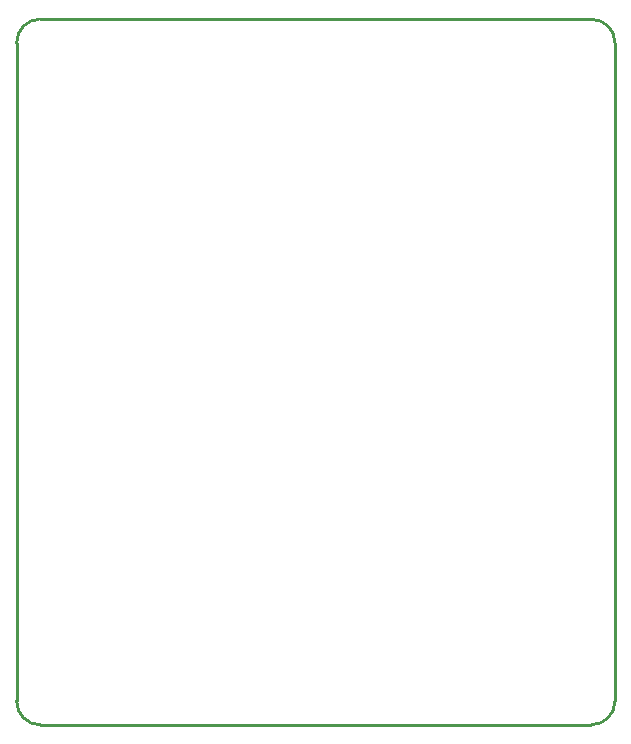
<source format=gko>
G04 Layer: BoardOutline*
G04 EasyEDA v6.3.22, 2020-01-15T09:47:29+05:30*
G04 df7ee3fc161541079e6ef3371bf9abd3,b6e8962e620740079bb188d2402746ea,10*
G04 Gerber Generator version 0.2*
G04 Scale: 100 percent, Rotated: No, Reflected: No *
G04 Dimensions in millimeters *
G04 leading zeros omitted , absolute positions ,3 integer and 3 decimal *
%FSLAX33Y33*%
%MOMM*%
G90*
G71D02*

%ADD10C,0.254000*%
G54D10*
G01X1999Y59741D02*
G01X48673Y59741D01*
G01X50673Y57741D02*
G01X50673Y1999D01*
G01X48673Y0D02*
G01X1999Y0D01*
G01X0Y1999D02*
G01X0Y57741D01*
G75*
G01X48673Y59741D02*
G02X50673Y57741I0J-2000D01*
G01*
G75*
G01X50673Y2000D02*
G02X48673Y0I-2000J0D01*
G01*
G75*
G01X2000Y0D02*
G02X0Y2000I0J2000D01*
G01*
G75*
G01X0Y57741D02*
G02X2000Y59741I2000J0D01*
G01*

%LPD*%
M00*
M02*

</source>
